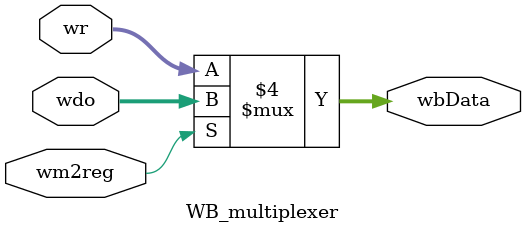
<source format=v>
`timescale 1ns / 1ps
module WB_multiplexer(
    input [31:0] wr,
    input [31:0] wdo,
    input wm2reg,
    output reg [31:0] wbData
    );
    always @(*) begin
        if(wm2reg == 1'b0) 
            wbData = wr;
        else
            wbData = wdo;
    end
endmodule

</source>
